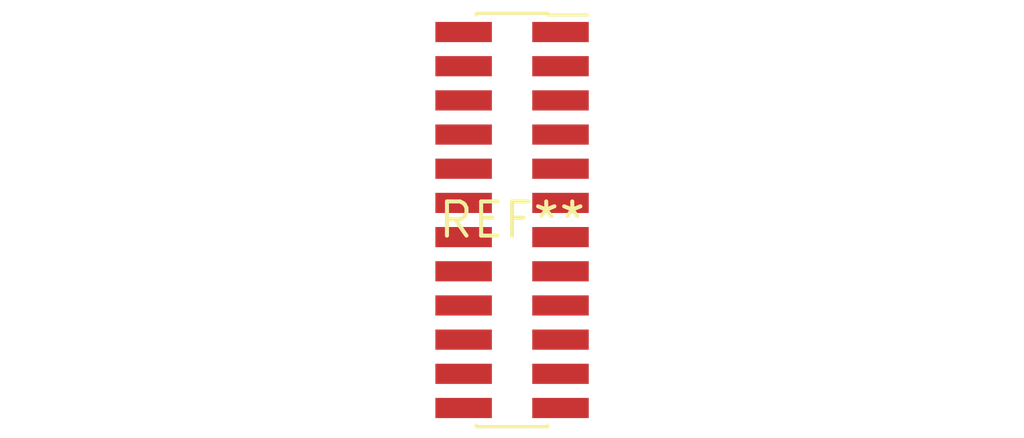
<source format=kicad_pcb>
(kicad_pcb (version 20240108) (generator pcbnew)
  (layers (0 "F.Cu" signal) (31 "B.Cu" signal) (34 "B.Paste" user) (35 "F.Paste" user) (36 "B.SilkS" user "B.Silkscreen") (37 "F.SilkS" user "F.Silkscreen") (38 "B.Mask" user) (39 "F.Mask" user) (44 "Edge.Cuts" user))
  (net 0 "")
  (footprint "PinSocket_2x12_P1.27mm_Vertical_SMD" (layer "F.Cu") (at 0 0)
    (property "Reference" "REF**")
    (property "Value" "PinSocket_2x12_P1.27mm_Vertical_SMD")
    (fp_line (start -1.33 -7.68) (end -1.33 -7.62) (layer "F.SilkS") (stroke (width 0.12)))
    (fp_line (start -1.33 -7.68) (end 1.33 -7.68) (layer "F.SilkS") (stroke (width 0.12)))
    (fp_line (start -1.33 7.62) (end -1.33 7.68) (layer "F.SilkS") (stroke (width 0.12)))
    (fp_line (start -1.33 7.68) (end 1.33 7.68) (layer "F.SilkS") (stroke (width 0.12)))
    (fp_line (start 1.33 -7.68) (end 1.33 -7.62) (layer "F.SilkS") (stroke (width 0.12)))
    (fp_line (start 1.33 -7.62) (end 2.79 -7.62) (layer "F.SilkS") (stroke (width 0.12)))
    (fp_line (start 1.33 7.62) (end 1.33 7.68) (layer "F.SilkS") (stroke (width 0.12)))
    (pad "1" smd rect (at 1.8 -6.985) (size 2.1 0.75) (layers "F.Cu" "F.Paste" "F.Mask"))
    (pad "2" smd rect (at -1.8 -6.985) (size 2.1 0.75) (layers "F.Cu" "F.Paste" "F.Mask"))
    (pad "3" smd rect (at 1.8 -5.715) (size 2.1 0.75) (layers "F.Cu" "F.Paste" "F.Mask"))
    (pad "4" smd rect (at -1.8 -5.715) (size 2.1 0.75) (layers "F.Cu" "F.Paste" "F.Mask"))
    (pad "5" smd rect (at 1.8 -4.445) (size 2.1 0.75) (layers "F.Cu" "F.Paste" "F.Mask"))
    (pad "6" smd rect (at -1.8 -4.445) (size 2.1 0.75) (layers "F.Cu" "F.Paste" "F.Mask"))
    (pad "7" smd rect (at 1.8 -3.175) (size 2.1 0.75) (layers "F.Cu" "F.Paste" "F.Mask"))
    (pad "8" smd rect (at -1.8 -3.175) (size 2.1 0.75) (layers "F.Cu" "F.Paste" "F.Mask"))
    (pad "9" smd rect (at 1.8 -1.905) (size 2.1 0.75) (layers "F.Cu" "F.Paste" "F.Mask"))
    (pad "10" smd rect (at -1.8 -1.905) (size 2.1 0.75) (layers "F.Cu" "F.Paste" "F.Mask"))
    (pad "11" smd rect (at 1.8 -0.635) (size 2.1 0.75) (layers "F.Cu" "F.Paste" "F.Mask"))
    (pad "12" smd rect (at -1.8 -0.635) (size 2.1 0.75) (layers "F.Cu" "F.Paste" "F.Mask"))
    (pad "13" smd rect (at 1.8 0.635) (size 2.1 0.75) (layers "F.Cu" "F.Paste" "F.Mask"))
    (pad "14" smd rect (at -1.8 0.635) (size 2.1 0.75) (layers "F.Cu" "F.Paste" "F.Mask"))
    (pad "15" smd rect (at 1.8 1.905) (size 2.1 0.75) (layers "F.Cu" "F.Paste" "F.Mask"))
    (pad "16" smd rect (at -1.8 1.905) (size 2.1 0.75) (layers "F.Cu" "F.Paste" "F.Mask"))
    (pad "17" smd rect (at 1.8 3.175) (size 2.1 0.75) (layers "F.Cu" "F.Paste" "F.Mask"))
    (pad "18" smd rect (at -1.8 3.175) (size 2.1 0.75) (layers "F.Cu" "F.Paste" "F.Mask"))
    (pad "19" smd rect (at 1.8 4.445) (size 2.1 0.75) (layers "F.Cu" "F.Paste" "F.Mask"))
    (pad "20" smd rect (at -1.8 4.445) (size 2.1 0.75) (layers "F.Cu" "F.Paste" "F.Mask"))
    (pad "21" smd rect (at 1.8 5.715) (size 2.1 0.75) (layers "F.Cu" "F.Paste" "F.Mask"))
    (pad "22" smd rect (at -1.8 5.715) (size 2.1 0.75) (layers "F.Cu" "F.Paste" "F.Mask"))
    (pad "23" smd rect (at 1.8 6.985) (size 2.1 0.75) (layers "F.Cu" "F.Paste" "F.Mask"))
    (pad "24" smd rect (at -1.8 6.985) (size 2.1 0.75) (layers "F.Cu" "F.Paste" "F.Mask"))
  )
)
</source>
